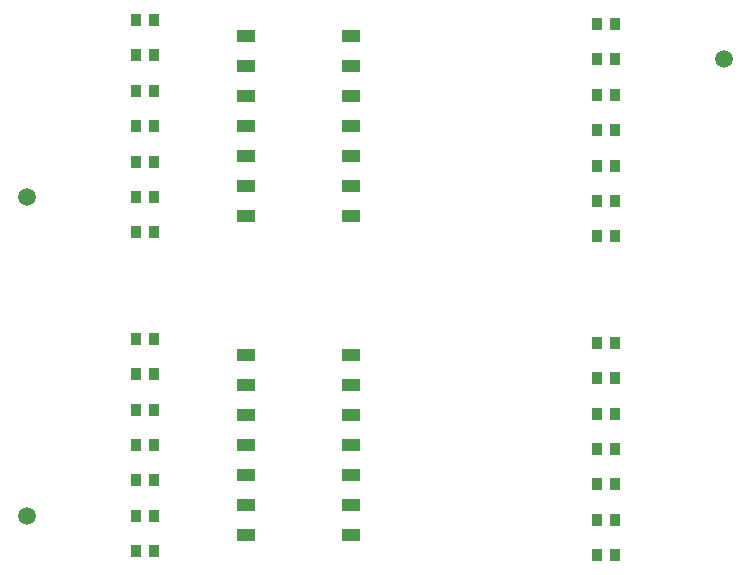
<source format=gbr>
%TF.GenerationSoftware,KiCad,Pcbnew,(6.0.7)*%
%TF.CreationDate,2022-11-12T16:45:26-06:00*%
%TF.ProjectId,BPS_Scrutineering,4250535f-5363-4727-9574-696e65657269,rev?*%
%TF.SameCoordinates,Original*%
%TF.FileFunction,Paste,Top*%
%TF.FilePolarity,Positive*%
%FSLAX46Y46*%
G04 Gerber Fmt 4.6, Leading zero omitted, Abs format (unit mm)*
G04 Created by KiCad (PCBNEW (6.0.7)) date 2022-11-12 16:45:26*
%MOMM*%
%LPD*%
G01*
G04 APERTURE LIST*
%ADD10C,1.520000*%
%ADD11R,1.500000X1.100000*%
%ADD12R,0.940000X1.010000*%
G04 APERTURE END LIST*
D10*
%TO.C,JC1*%
X87040600Y-99227250D03*
%TD*%
%TO.C,JC2*%
X146040600Y-87570750D03*
%TD*%
D11*
%TO.C,SW1*%
X114490600Y-85607250D03*
X105590600Y-85607250D03*
X114490600Y-88147250D03*
X105590600Y-88147250D03*
X114490600Y-90687250D03*
X105590600Y-90687250D03*
X114490600Y-93227250D03*
X105590600Y-93227250D03*
X114490600Y-95767250D03*
X105590600Y-95767250D03*
X114490600Y-98307250D03*
X105590600Y-98307250D03*
X114490600Y-100847250D03*
X105590600Y-100847250D03*
%TD*%
%TO.C,SW2*%
X114490600Y-112607250D03*
X105590600Y-112607250D03*
X114490600Y-115147250D03*
X105590600Y-115147250D03*
X114490600Y-117687250D03*
X105590600Y-117687250D03*
X114490600Y-120227250D03*
X105590600Y-120227250D03*
X114490600Y-122767250D03*
X105590600Y-122767250D03*
X114490600Y-125307250D03*
X105590600Y-125307250D03*
X114490600Y-127847250D03*
X105590600Y-127847250D03*
%TD*%
D12*
%TO.C,F15*%
X96255600Y-84227250D03*
X97835600Y-84227250D03*
%TD*%
%TO.C,F14*%
X135273200Y-129570750D03*
X136853200Y-129570750D03*
%TD*%
%TO.C,F27*%
X96250600Y-126227250D03*
X97830600Y-126227250D03*
%TD*%
%TO.C,F25*%
X96250600Y-120227250D03*
X97830600Y-120227250D03*
%TD*%
%TO.C,F20*%
X96255600Y-99227250D03*
X97835600Y-99227250D03*
%TD*%
%TO.C,F9*%
X135273200Y-114570750D03*
X136853200Y-114570750D03*
%TD*%
%TO.C,F28*%
X96250600Y-129227250D03*
X97830600Y-129227250D03*
%TD*%
%TO.C,F11*%
X135273200Y-120570750D03*
X136853200Y-120570750D03*
%TD*%
%TO.C,F2*%
X135273200Y-87570750D03*
X136853200Y-87570750D03*
%TD*%
%TO.C,F23*%
X96255600Y-114227250D03*
X97835600Y-114227250D03*
%TD*%
D10*
%TO.C,JC3*%
X87040600Y-126227250D03*
%TD*%
D12*
%TO.C,F13*%
X135273200Y-126570750D03*
X136853200Y-126570750D03*
%TD*%
%TO.C,F4*%
X135273200Y-93570750D03*
X136853200Y-93570750D03*
%TD*%
%TO.C,F18*%
X96255600Y-93227250D03*
X97835600Y-93227250D03*
%TD*%
%TO.C,F6*%
X135273200Y-99570750D03*
X136853200Y-99570750D03*
%TD*%
%TO.C,F26*%
X96250600Y-123227250D03*
X97830600Y-123227250D03*
%TD*%
%TO.C,F10*%
X135273200Y-117570750D03*
X136853200Y-117570750D03*
%TD*%
%TO.C,F19*%
X96255600Y-96227250D03*
X97835600Y-96227250D03*
%TD*%
%TO.C,F17*%
X96255600Y-90227250D03*
X97835600Y-90227250D03*
%TD*%
%TO.C,F21*%
X96255600Y-102227250D03*
X97835600Y-102227250D03*
%TD*%
%TO.C,F12*%
X135273200Y-123570750D03*
X136853200Y-123570750D03*
%TD*%
%TO.C,F16*%
X96255600Y-87227250D03*
X97835600Y-87227250D03*
%TD*%
%TO.C,F7*%
X135273200Y-102570750D03*
X136853200Y-102570750D03*
%TD*%
%TO.C,F24*%
X96255600Y-117227250D03*
X97835600Y-117227250D03*
%TD*%
%TO.C,F1*%
X135273200Y-84570750D03*
X136853200Y-84570750D03*
%TD*%
%TO.C,F8*%
X135273200Y-111570750D03*
X136853200Y-111570750D03*
%TD*%
%TO.C,F3*%
X135273200Y-90570750D03*
X136853200Y-90570750D03*
%TD*%
%TO.C,F22*%
X96255600Y-111227250D03*
X97835600Y-111227250D03*
%TD*%
%TO.C,F5*%
X135273200Y-96570750D03*
X136853200Y-96570750D03*
%TD*%
M02*

</source>
